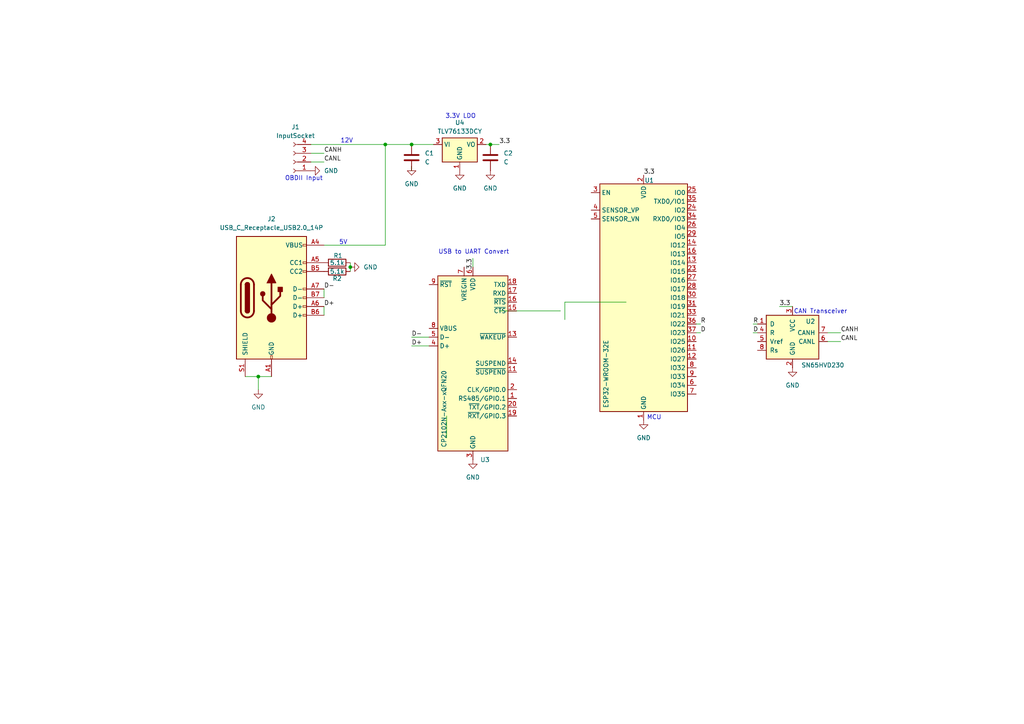
<source format=kicad_sch>
(kicad_sch (version 20250114) (generator "eeschema") (generator_version "9.0")
  (paper "A4")
  (lib_symbols
    (symbol "Connector:Conn_01x04_Socket" (pin_names (offset 1.016) (hide yes))
      (property "Reference" "J" (at 0 5.08 0))
      (property "Value" "Conn_01x04_Socket" (at 0 -7.62 0))
      (symbol "Conn_01x04_Socket_1_1"
        (polyline (pts (xy -1.27 2.54) (xy -0.508 2.54)) (stroke (width 0.1524)))
        (polyline (pts (xy -1.27 0) (xy -0.508 0)) (stroke (width 0.1524)))
        (polyline (pts (xy -1.27 -2.54) (xy -0.508 -2.54)) (stroke (width 0.1524)))
        (polyline (pts (xy -1.27 -5.08) (xy -0.508 -5.08)) (stroke (width 0.1524)))
        (arc (start 0 2.032) (mid -0.5058 2.54) (end 0 3.048) (stroke (width 0.1524)))
        (arc (start 0 -0.508) (mid -0.5058 0) (end 0 0.508) (stroke (width 0.1524)))
        (arc (start 0 -3.048) (mid -0.5058 -2.54) (end 0 -2.032) (stroke (width 0.1524)))
        (arc (start 0 -5.588) (mid -0.5058 -5.08) (end 0 -4.572) (stroke (width 0.1524)))
        (pin passive line (at -5.08 2.54 0) (length 3.81) (name "Pin_1") (number "1"))
        (pin passive line (at -5.08 0 0) (length 3.81) (name "Pin_2") (number "2"))
        (pin passive line (at -5.08 -2.54 0) (length 3.81) (name "Pin_3") (number "3"))
        (pin passive line (at -5.08 -5.08 0) (length 3.81) (name "Pin_4") (number "4"))
      )
    )
    (symbol "Connector:USB_C_Receptacle_USB2.0_14P" (pin_names (offset 1.016))
      (property "Reference" "J" (at 0 22.225 0))
      (property "Value" "USB_C_Receptacle_USB2.0_14P" (at 0 19.685 0))
      (symbol "USB_C_Receptacle_USB2.0_14P_0_0"
        (rectangle (start -0.254 -17.78) (end 0.254 -16.764))
        (rectangle (start 10.16 15.494) (end 9.144 14.986))
        (rectangle (start 10.16 10.414) (end 9.144 9.906))
        (rectangle (start 10.16 7.874) (end 9.144 7.366))
        (rectangle (start 10.16 2.794) (end 9.144 2.286))
        (rectangle (start 10.16 0.254) (end 9.144 -0.254))
        (rectangle (start 10.16 -2.286) (end 9.144 -2.794))
        (rectangle (start 10.16 -4.826) (end 9.144 -5.334))
      )
      (symbol "USB_C_Receptacle_USB2.0_14P_0_1"
        (rectangle (start -10.16 17.78) (end 10.16 -17.78) (stroke (width 0.254)) (fill (type background)))
        (polyline (pts (xy -8.89 -3.81) (xy -8.89 3.81)) (stroke (width 0.508)))
        (rectangle (start -7.62 -3.81) (end -6.35 3.81) (stroke (width 0.254)) (fill (type outline)))
        (arc (start -7.62 3.81) (mid -6.985 4.4423) (end -6.35 3.81) (stroke (width 0.254)))
        (arc (start -7.62 3.81) (mid -6.985 4.4423) (end -6.35 3.81) (stroke (width 0.254)) (fill (type outline)))
        (arc (start -8.89 3.81) (mid -6.985 5.7067) (end -5.08 3.81) (stroke (width 0.508)))
        (arc (start -5.08 -3.81) (mid -6.985 -5.7067) (end -8.89 -3.81) (stroke (width 0.508)))
        (arc (start -6.35 -3.81) (mid -6.985 -4.4423) (end -7.62 -3.81) (stroke (width 0.254)))
        (arc (start -6.35 -3.81) (mid -6.985 -4.4423) (end -7.62 -3.81) (stroke (width 0.254)) (fill (type outline)))
        (polyline (pts (xy -5.08 3.81) (xy -5.08 -3.81)) (stroke (width 0.508)))
        (circle (center -2.54 1.143) (radius 0.635) (stroke (width 0.254)) (fill (type outline)))
        (polyline (pts (xy -1.27 4.318) (xy 0 6.858) (xy 1.27 4.318) (xy -1.27 4.318)) (stroke (width 0.254)) (fill (type outline)))
        (polyline (pts (xy 0 -2.032) (xy 2.54 0.508) (xy 2.54 1.778)) (stroke (width 0.508)))
        (polyline (pts (xy 0 -3.302) (xy -2.54 -0.762) (xy -2.54 0.508)) (stroke (width 0.508)))
        (polyline (pts (xy 0 -5.842) (xy 0 4.318)) (stroke (width 0.508)))
        (circle (center 0 -5.842) (radius 1.27) (fill (type outline)))
        (rectangle (start 1.905 1.778) (end 3.175 3.048) (stroke (width 0.254)) (fill (type outline)))
      )
      (symbol "USB_C_Receptacle_USB2.0_14P_1_1"
        (pin passive line (at -7.62 -22.86 90) (length 5.08) (name "SHIELD") (number "S1"))
        (pin passive line (at 0 -22.86 90) (length 5.08) (name "GND") (number "A1"))
        (pin passive line (at 0 -22.86 90) (length 5.08) (hide yes) (name "GND") (number "A12"))
        (pin passive line (at 0 -22.86 90) (length 5.08) (hide yes) (name "GND") (number "B1"))
        (pin passive line (at 0 -22.86 90) (length 5.08) (hide yes) (name "GND") (number "B12"))
        (pin passive line (at 15.24 15.24 180) (length 5.08) (name "VBUS") (number "A4"))
        (pin passive line (at 15.24 15.24 180) (length 5.08) (hide yes) (name "VBUS") (number "A9"))
        (pin passive line (at 15.24 15.24 180) (length 5.08) (hide yes) (name "VBUS") (number "B4"))
        (pin passive line (at 15.24 15.24 180) (length 5.08) (hide yes) (name "VBUS") (number "B9"))
        (pin bidirectional line (at 15.24 10.16 180) (length 5.08) (name "CC1") (number "A5"))
        (pin bidirectional line (at 15.24 7.62 180) (length 5.08) (name "CC2") (number "B5"))
        (pin bidirectional line (at 15.24 2.54 180) (length 5.08) (name "D-") (number "A7"))
        (pin bidirectional line (at 15.24 0 180) (length 5.08) (name "D-") (number "B7"))
        (pin bidirectional line (at 15.24 -2.54 180) (length 5.08) (name "D+") (number "A6"))
        (pin bidirectional line (at 15.24 -5.08 180) (length 5.08) (name "D+") (number "B6"))
      )
    )
    (symbol "Device:C" (pin_numbers (hide yes)) (pin_names (offset 0.254))
      (property "Reference" "C" (at 0.635 2.54 0))
      (property "Value" "C" (at 0.635 -2.54 0))
      (symbol "C_0_1"
        (polyline (pts (xy -2.032 0.762) (xy 2.032 0.762)) (stroke (width 0.508)))
        (polyline (pts (xy -2.032 -0.762) (xy 2.032 -0.762)) (stroke (width 0.508)))
      )
      (symbol "C_1_1"
        (pin passive line (at 0 3.81 270) (length 2.794) (name "~") (number "1"))
        (pin passive line (at 0 -3.81 90) (length 2.794) (name "~") (number "2"))
      )
    )
    (symbol "Device:R" (pin_numbers (hide yes)) (pin_names (offset 0))
      (property "Reference" "R" (at 2.032 0 90))
      (property "Value" "R" (at 0 0 90))
      (symbol "R_0_1"
        (rectangle (start -1.016 -2.54) (end 1.016 2.54) (stroke (width 0.254)))
      )
      (symbol "R_1_1"
        (pin passive line (at 0 3.81 270) (length 1.27) (name "~") (number "1"))
        (pin passive line (at 0 -3.81 90) (length 1.27) (name "~") (number "2"))
      )
    )
    (symbol "Interface_CAN_LIN:SN65HVD230" (pin_names (offset 1.016))
      (property "Reference" "U" (at -2.54 10.16 0))
      (property "Value" "SN65HVD230" (at -2.54 7.62 0))
      (symbol "SN65HVD230_0_1"
        (rectangle (start -7.62 5.08) (end 7.62 -7.62) (stroke (width 0.254)) (fill (type background)))
      )
      (symbol "SN65HVD230_1_1"
        (pin input line (at -10.16 2.54 0) (length 2.54) (name "D") (number "1"))
        (pin output line (at -10.16 0 0) (length 2.54) (name "R") (number "4"))
        (pin output line (at -10.16 -2.54 0) (length 2.54) (name "Vref") (number "5"))
        (pin input line (at -10.16 -5.08 0) (length 2.54) (name "Rs") (number "8"))
        (pin power_in line (at 0 7.62 270) (length 2.54) (name "VCC") (number "3"))
        (pin power_in line (at 0 -10.16 90) (length 2.54) (name "GND") (number "2"))
        (pin bidirectional line (at 10.16 0 180) (length 2.54) (name "CANH") (number "7"))
        (pin bidirectional line (at 10.16 -2.54 180) (length 2.54) (name "CANL") (number "6"))
      )
    )
    (symbol "Interface_USB:CP2102N-Axx-xQFN20"
      (property "Reference" "U" (at -8.89 26.67 0))
      (property "Value" "CP2102N-Axx-xQFN20" (at 12.7 26.67 0))
      (symbol "CP2102N-Axx-xQFN20_0_1"
        (rectangle (start -10.16 25.4) (end 10.16 -25.4) (stroke (width 0.254)) (fill (type background)))
      )
      (symbol "CP2102N-Axx-xQFN20_1_1"
        (pin input line (at -12.7 22.86 0) (length 2.54) (name "~{RST}") (number "9"))
        (pin input line (at -12.7 10.16 0) (length 2.54) (name "VBUS") (number "8"))
        (pin bidirectional line (at -12.7 7.62 0) (length 2.54) (name "D-") (number "5"))
        (pin bidirectional line (at -12.7 5.08 0) (length 2.54) (name "D+") (number "4"))
        (pin no_connect line (at -10.16 -22.86 0) (length 2.54) (hide yes) (name "NC") (number "10"))
        (pin power_in line (at -2.54 27.94 270) (length 2.54) (name "VREGIN") (number "7"))
        (pin power_in line (at 0 27.94 270) (length 2.54) (name "VDD") (number "6"))
        (pin passive line (at 0 -27.94 90) (length 2.54) (hide yes) (name "GND") (number "12"))
        (pin passive line (at 0 -27.94 90) (length 2.54) (hide yes) (name "GND") (number "21"))
        (pin power_in line (at 0 -27.94 90) (length 2.54) (name "GND") (number "3"))
        (pin output line (at 12.7 22.86 180) (length 2.54) (name "TXD") (number "18"))
        (pin input line (at 12.7 20.32 180) (length 2.54) (name "RXD") (number "17"))
        (pin output line (at 12.7 17.78 180) (length 2.54) (name "~{RTS}") (number "16"))
        (pin input line (at 12.7 15.24 180) (length 2.54) (name "~{CTS}") (number "15"))
        (pin input line (at 12.7 7.62 180) (length 2.54) (name "~{WAKEUP}") (number "13"))
        (pin output line (at 12.7 0 180) (length 2.54) (name "SUSPEND") (number "14"))
        (pin output line (at 12.7 -2.54 180) (length 2.54) (name "~{SUSPEND}") (number "11"))
        (pin bidirectional line (at 12.7 -7.62 180) (length 2.54) (name "CLK/GPIO.0") (number "2"))
        (pin bidirectional line (at 12.7 -10.16 180) (length 2.54) (name "RS485/GPIO.1") (number "1"))
        (pin bidirectional line (at 12.7 -12.7 180) (length 2.54) (name "~{TXT}/GPIO.2") (number "20"))
        (pin bidirectional line (at 12.7 -15.24 180) (length 2.54) (name "~{RXT}/GPIO.3") (number "19"))
      )
    )
    (symbol "RF_Module:ESP32-WROOM-32E"
      (property "Reference" "U" (at -12.7 34.29 0))
      (property "Value" "ESP32-WROOM-32E" (at 1.27 34.29 0))
      (symbol "ESP32-WROOM-32E_0_1"
        (rectangle (start -12.7 33.02) (end 12.7 -33.02) (stroke (width 0.254)) (fill (type background)))
      )
      (symbol "ESP32-WROOM-32E_1_1"
        (pin input line (at -15.24 30.48 0) (length 2.54) (name "EN") (number "3"))
        (pin input line (at -15.24 25.4 0) (length 2.54) (name "SENSOR_VP") (number "4"))
        (pin input line (at -15.24 22.86 0) (length 2.54) (name "SENSOR_VN") (number "5"))
        (pin no_connect line (at -12.7 0 0) (length 2.54) (hide yes) (name "NC") (number "21"))
        (pin no_connect line (at -12.7 -2.54 0) (length 2.54) (hide yes) (name "NC") (number "22"))
        (pin no_connect line (at -12.7 -5.08 0) (length 2.54) (hide yes) (name "NC") (number "17"))
        (pin no_connect line (at -12.7 -7.62 0) (length 2.54) (hide yes) (name "NC") (number "18"))
        (pin no_connect line (at -12.7 -10.16 0) (length 2.54) (hide yes) (name "NC") (number "20"))
        (pin no_connect line (at -12.7 -12.7 0) (length 2.54) (hide yes) (name "NC") (number "19"))
        (pin no_connect line (at -12.7 -27.94 0) (length 2.54) (hide yes) (name "NC") (number "32"))
        (pin power_in line (at 0 35.56 270) (length 2.54) (name "VDD") (number "2"))
        (pin power_in line (at 0 -35.56 90) (length 2.54) (name "GND") (number "1"))
        (pin passive line (at 0 -35.56 90) (length 2.54) (hide yes) (name "GND") (number "15"))
        (pin passive line (at 0 -35.56 90) (length 2.54) (hide yes) (name "GND") (number "38"))
        (pin passive line (at 0 -35.56 90) (length 2.54) (hide yes) (name "GND") (number "39"))
        (pin bidirectional line (at 15.24 30.48 180) (length 2.54) (name "IO0") (number "25"))
        (pin bidirectional line (at 15.24 27.94 180) (length 2.54) (name "TXD0/IO1") (number "35"))
        (pin bidirectional line (at 15.24 25.4 180) (length 2.54) (name "IO2") (number "24"))
        (pin bidirectional line (at 15.24 22.86 180) (length 2.54) (name "RXD0/IO3") (number "34"))
        (pin bidirectional line (at 15.24 20.32 180) (length 2.54) (name "IO4") (number "26"))
        (pin bidirectional line (at 15.24 17.78 180) (length 2.54) (name "IO5") (number "29"))
        (pin bidirectional line (at 15.24 15.24 180) (length 2.54) (name "IO12") (number "14"))
        (pin bidirectional line (at 15.24 12.7 180) (length 2.54) (name "IO13") (number "16"))
        (pin bidirectional line (at 15.24 10.16 180) (length 2.54) (name "IO14") (number "13"))
        (pin bidirectional line (at 15.24 7.62 180) (length 2.54) (name "IO15") (number "23"))
        (pin bidirectional line (at 15.24 5.08 180) (length 2.54) (name "IO16") (number "27"))
        (pin bidirectional line (at 15.24 2.54 180) (length 2.54) (name "IO17") (number "28"))
        (pin bidirectional line (at 15.24 0 180) (length 2.54) (name "IO18") (number "30"))
        (pin bidirectional line (at 15.24 -2.54 180) (length 2.54) (name "IO19") (number "31"))
        (pin bidirectional line (at 15.24 -5.08 180) (length 2.54) (name "IO21") (number "33"))
        (pin bidirectional line (at 15.24 -7.62 180) (length 2.54) (name "IO22") (number "36"))
        (pin bidirectional line (at 15.24 -10.16 180) (length 2.54) (name "IO23") (number "37"))
        (pin bidirectional line (at 15.24 -12.7 180) (length 2.54) (name "IO25") (number "10"))
        (pin bidirectional line (at 15.24 -15.24 180) (length 2.54) (name "IO26") (number "11"))
        (pin bidirectional line (at 15.24 -17.78 180) (length 2.54) (name "IO27") (number "12"))
        (pin bidirectional line (at 15.24 -20.32 180) (length 2.54) (name "IO32") (number "8"))
        (pin bidirectional line (at 15.24 -22.86 180) (length 2.54) (name "IO33") (number "9"))
        (pin input line (at 15.24 -25.4 180) (length 2.54) (name "IO34") (number "6"))
        (pin input line (at 15.24 -27.94 180) (length 2.54) (name "IO35") (number "7"))
      )
    )
    (symbol "Regulator_Linear:TLV76133DCY"
      (property "Reference" "U" (at -7.62 6.35 0))
      (property "Value" "TLV76133DCY" (at -1.27 6.35 0))
      (symbol "TLV76133DCY_0_1"
        (rectangle (start -5.08 -5.08) (end 5.08 1.905) (stroke (width 0.254)) (fill (type background)))
      )
      (symbol "TLV76133DCY_1_1"
        (pin power_in line (at -7.62 0 0) (length 2.54) (name "VI") (number "3"))
        (pin power_in line (at 0 -7.62 90) (length 2.54) (name "GND") (number "1"))
        (pin power_out line (at 7.62 0 180) (length 2.54) (name "VO") (number "2"))
      )
    )
    (symbol "power:GND" (power) (pin_numbers (hide yes)) (pin_names (offset 0) (hide yes))
      (property "Value" "GND" (at 0 -3.81 0))
      (symbol "GND_0_1"
        (polyline (pts (xy 0 0) (xy 0 -1.27) (xy 1.27 -1.27) (xy 0 -2.54) (xy -1.27 -1.27) (xy 0 -1.27)))
      )
      (symbol "GND_1_1"
        (pin power_in line (at 0 0 270) (length 0) (name "~") (number "1"))
      )
    )
  )
  (text "12V" (at 100.584 40.894 0) (effects (font (size 1.27 1.27))))
  (text "MCU\n" (at 189.738 121.158 0) (effects (font (size 1.27 1.27))))
  (text "USB to UART Convert" (at 137.414 73.152 0) (effects (font (size 1.27 1.27))))
  (text "OBDII Input" (at 88.138 51.816 0) (effects (font (size 1.27 1.27))))
  (text "5V\n" (at 99.568 70.358 0) (effects (font (size 1.27 1.27))))
  (text "3.3V LDO" (at 133.604 33.782 0) (effects (font (size 1.27 1.27))))
  (text "CAN Transceiver\n" (at 237.998 90.424 0) (effects (font (size 1.27 1.27))))
  (junction (at 119.38 41.91))
  (junction (at 101.6 77.47))
  (junction (at 111.76 41.91))
  (junction (at 74.93 109.22))
  (junction (at 142.24 41.91))
  (wire (pts (xy 144.78 41.91) (xy 142.24 41.91)))
  (wire (pts (xy 163.83 87.63) (xy 181.61 87.63)))
  (wire (pts (xy 129.54 127) (xy 129.54 120.65)))
  (wire (pts (xy 203.2 93.98) (xy 201.93 93.98)))
  (wire (pts (xy 119.38 97.79) (xy 124.46 97.79)))
  (wire (pts (xy 125.73 41.91) (xy 119.38 41.91)))
  (wire (pts (xy 93.98 88.9) (xy 93.98 91.44)))
  (wire (pts (xy 90.17 41.91) (xy 111.76 41.91)))
  (wire (pts (xy 203.2 96.52) (xy 201.93 96.52)))
  (wire (pts (xy 218.44 93.98) (xy 219.71 93.98)))
  (wire (pts (xy 119.38 49.53) (xy 119.38 48.26)))
  (wire (pts (xy 93.98 44.45) (xy 90.17 44.45)))
  (wire (pts (xy 137.16 74.93) (xy 137.16 77.47)))
  (wire (pts (xy 142.24 41.91) (xy 140.97 41.91)))
  (wire (pts (xy 240.03 99.06) (xy 243.84 99.06)))
  (wire (pts (xy 243.84 96.52) (xy 240.03 96.52)))
  (wire (pts (xy 74.93 109.22) (xy 78.74 109.22)))
  (wire (pts (xy 101.6 77.47) (xy 101.6 78.74)))
  (wire (pts (xy 93.98 71.12) (xy 111.76 71.12)))
  (wire (pts (xy 111.76 41.91) (xy 111.76 71.12)))
  (wire (pts (xy 119.38 100.33) (xy 124.46 100.33)))
  (wire (pts (xy 93.98 46.99) (xy 90.17 46.99)))
  (wire (pts (xy 74.93 109.22) (xy 74.93 113.03)))
  (wire (pts (xy 71.12 109.22) (xy 74.93 109.22)))
  (wire (pts (xy 111.76 41.91) (xy 119.38 41.91)))
  (wire (pts (xy 226.06 88.9) (xy 229.87 88.9)))
  (wire (pts (xy 93.98 83.82) (xy 93.98 86.36)))
  (wire (pts (xy 101.6 76.2) (xy 101.6 77.47)))
  (wire (pts (xy 218.44 96.52) (xy 219.71 96.52)))
  (label "D-" (at 119.38 97.79 0))
  (label "D+" (at 119.38 100.33 0))
  (label "D" (at 203.2 96.52 0))
  (label "R" (at 203.2 93.98 0))
  (label "R" (at 218.44 93.98 0))
  (label "D-" (at 93.98 83.82 0))
  (label "3.3" (at 144.78 41.91 0))
  (label "CANH" (at 243.84 96.52 0))
  (label "3.3" (at 186.69 50.8 0))
  (label "3.3" (at 137.16 74.93 270))
  (label "D" (at 218.44 96.52 0))
  (label "CANH" (at 93.98 44.45 0))
  (label "D+" (at 93.98 88.9 0))
  (label "3.3" (at 226.06 88.9 0))
  (label "CANL" (at 93.98 46.99 0))
  (label "CANL" (at 243.84 99.06 0))
  (wire (pts (xy 163.83 92.71) (xy 163.83 87.63)))
  (wire (pts (xy 144.78 90.17) (xy 162.56 90.17)))
  (symbol (lib_id "power:GND") (at 74.93 113.03 0) (unit 1)
    (property "Reference" "#PWR08" (effects (hide yes)))
    (property "Value" "GND" (at 74.93 118.11 0))
    (property "Description" "Power symbol creates a global label with name \"GND\" , ground" (effects (hide yes)))
  )
  (symbol (lib_id "Device:R") (at 97.79 76.2 90) (unit 1)
    (property "Reference" "R1" (at 98.044 74.168 90))
    (property "Value" "5.1k" (at 97.79 76.2 90))
    (property "Description" "Resistor" (effects (hide yes)))
  )
  (symbol (lib_id "Interface_CAN_LIN:SN65HVD230") (at 229.87 96.52 0) (unit 1)
    (property "Reference" "U2" (at 233.68 93.218 0) (effects (justify left)))
    (property "Value" "SN65HVD230" (at 232.41 105.918 0) (effects (justify left)))
    (property "Footprint" "Package_SO:SOIC-8_3.9x4.9mm_P1.27mm" (effects (hide yes)))
    (property "Datasheet" "http://www.ti.com/lit/ds/symlink/sn65hvd230.pdf" (effects (hide yes)))
    (property "Description" "CAN Bus Transceivers, 3.3V, 1Mbps, Low-Power capabilities, SOIC-8" (effects (hide yes)))
  )
  (symbol (lib_id "power:GND") (at 186.69 121.92 0) (unit 1)
    (property "Reference" "#PWR03" (effects (hide yes)))
    (property "Value" "GND" (at 186.69 127 0))
    (property "Description" "Power symbol creates a global label with name \"GND\" , ground" (effects (hide yes)))
  )
  (symbol (lib_id "power:GND") (at 101.6 77.47 90) (unit 1)
    (property "Reference" "#PWR09" (effects (hide yes)))
    (property "Value" "GND" (at 105.41 77.4699 90) (effects (justify right)))
    (property "Description" "Power symbol creates a global label with name \"GND\" , ground" (effects (hide yes)))
  )
  (symbol (lib_id "Interface_USB:CP2102N-Axx-xQFN20") (at 137.16 105.41 0) (unit 1)
    (property "Reference" "U3" (at 139.3033 133.35 0) (effects (justify left)))
    (property "Value" "CP2102N-Axx-xQFN20" (at 128.778 129.794 90) (effects (justify left)))
    (property "Footprint" "Package_DFN_QFN:SiliconLabs_QFN-20-1EP_3x3mm_P0.5mm_EP1.8x1.8mm" (effects (hide yes)))
    (property "Datasheet" "https://www.silabs.com/documents/public/data-sheets/cp2102n-datasheet.pdf" (effects (hide yes)))
    (property "Description" "USB to UART master bridge, QFN-20" (effects (hide yes)))
  )
  (symbol (lib_id "RF_Module:ESP32-WROOM-32E") (at 186.69 86.36 0) (unit 1)
    (property "Reference" "U1" (at 186.944 52.324 0) (effects (justify left)))
    (property "Value" "ESP32-WROOM-32E" (at 175.768 118.364 90) (effects (justify left)))
    (property "Footprint" "RF_Module:ESP32-WROOM-32D" (effects (hide yes)))
    (property "Datasheet" "https://www.espressif.com/sites/default/files/documentation/esp32-wroom-32e_esp32-wroom-32ue_datasheet_en.pdf" (effects (hide yes)))
    (property "Description" "RF Module, ESP32-D0WD-V3 SoC, without PSRAM, Wi-Fi 802.11b/g/n, Bluetooth, BLE, 32-bit, 2.7-3.6V, onboard antenna, SMD" (effects (hide yes)))
  )
  (symbol (lib_id "Connector:USB_C_Receptacle_USB2.0_14P") (at 78.74 86.36 0) (unit 1)
    (property "Reference" "J2" (at 78.74 63.5 0))
    (property "Value" "USB_C_Receptacle_USB2.0_14P" (at 78.74 66.04 0))
    (property "Datasheet" "https://www.usb.org/sites/default/files/documents/usb_type-c.zip" (effects (hide yes)))
    (property "Description" "USB 2.0-only 14P Type-C Receptacle connector" (effects (hide yes)))
  )
  (symbol (lib_id "power:GND") (at 90.17 49.53 90) (unit 1)
    (property "Reference" "#PWR07" (effects (hide yes)))
    (property "Value" "GND" (at 93.98 49.5299 90) (effects (justify right)))
    (property "Description" "Power symbol creates a global label with name \"GND\" , ground" (effects (hide yes)))
  )
  (symbol (lib_id "power:GND") (at 142.24 49.53 0) (unit 1)
    (property "Reference" "#PWR05" (effects (hide yes)))
    (property "Value" "GND" (at 142.24 54.61 0))
    (property "Description" "Power symbol creates a global label with name \"GND\" , ground" (effects (hide yes)))
  )
  (symbol (lib_id "Device:C") (at 142.24 45.72 0) (unit 1)
    (property "Reference" "C2" (at 146.05 44.4499 0) (effects (justify left)))
    (property "Value" "C" (at 146.05 46.9899 0) (effects (justify left)))
    (property "Description" "Unpolarized capacitor" (effects (hide yes)))
  )
  (symbol (lib_id "Connector:Conn_01x04_Socket") (at 85.09 46.99 180) (unit 1)
    (property "Reference" "J1" (at 85.725 36.83 0))
    (property "Value" "InputSocket" (at 85.725 39.37 0))
    (property "Footprint" "Connector_JST:JST_XH_S4B-XH-A-1_1x04_P2.50mm_Horizontal" (effects (hide yes)))
    (property "Description" "Generic connector, single row, 01x04, script generated" (effects (hide yes)))
  )
  (symbol (lib_id "power:GND") (at 119.38 48.26 0) (unit 1)
    (property "Reference" "#PWR06" (effects (hide yes)))
    (property "Value" "GND" (at 119.38 53.34 0))
    (property "Description" "Power symbol creates a global label with name \"GND\" , ground" (effects (hide yes)))
  )
  (symbol (lib_id "power:GND") (at 133.35 49.53 0) (unit 1)
    (property "Reference" "#PWR02" (effects (hide yes)))
    (property "Value" "GND" (at 133.35 54.61 0))
    (property "Description" "Power symbol creates a global label with name \"GND\" , ground" (effects (hide yes)))
  )
  (symbol (lib_id "Device:R") (at 97.79 78.74 90) (unit 1)
    (property "Reference" "R2" (at 97.79 80.772 90))
    (property "Value" "5.1k" (at 97.79 78.74 90))
    (property "Description" "Resistor" (effects (hide yes)))
  )
  (symbol (lib_id "Regulator_Linear:TLV76133DCY") (at 133.35 41.91 0) (unit 1)
    (property "Reference" "U4" (at 133.35 35.56 0))
    (property "Value" "TLV76133DCY" (at 133.35 38.1 0))
    (property "Footprint" "Package_TO_SOT_SMD:SOT-223-3_TabPin2" (effects (hide yes)))
    (property "Datasheet" "https://www.ti.com/lit/ds/symlink/tlv761.pdf" (effects (hide yes)))
    (property "Description" "3.3V, 1A, Low Noise, High-PSRR LDO Regulator, 2.5V...16V input, SOT-223" (effects (hide yes)))
  )
  (symbol (lib_id "Device:C") (at 119.38 45.72 0) (unit 1)
    (property "Reference" "C1" (at 123.19 44.4499 0) (effects (justify left)))
    (property "Value" "C" (at 123.19 46.9899 0) (effects (justify left)))
    (property "Description" "Unpolarized capacitor" (effects (hide yes)))
  )
  (symbol (lib_id "power:GND") (at 137.16 133.35 0) (unit 1)
    (property "Reference" "#PWR01" (effects (hide yes)))
    (property "Value" "GND" (at 137.16 138.43 0))
    (property "Description" "Power symbol creates a global label with name \"GND\" , ground" (effects (hide yes)))
  )
  (symbol (lib_id "power:GND") (at 229.87 106.68 0) (unit 1)
    (property "Reference" "#PWR04" (effects (hide yes)))
    (property "Value" "GND" (at 229.87 111.76 0))
    (property "Description" "Power symbol creates a global label with name \"GND\" , ground" (effects (hide yes)))
  )
)
</source>
